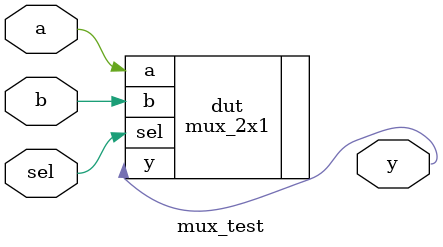
<source format=v>
module mux_test(
    input wire sel,
    input wire a,
    input wire b,
    output wire y
);
mux_2x1 dut(
    .sel(sel),
    .a(a),
    .b(b),
    .y(y)
);

initial begin
    $dumpfile("mux_waveform.vcd");
    $dumpvars;
end
endmodule


</source>
